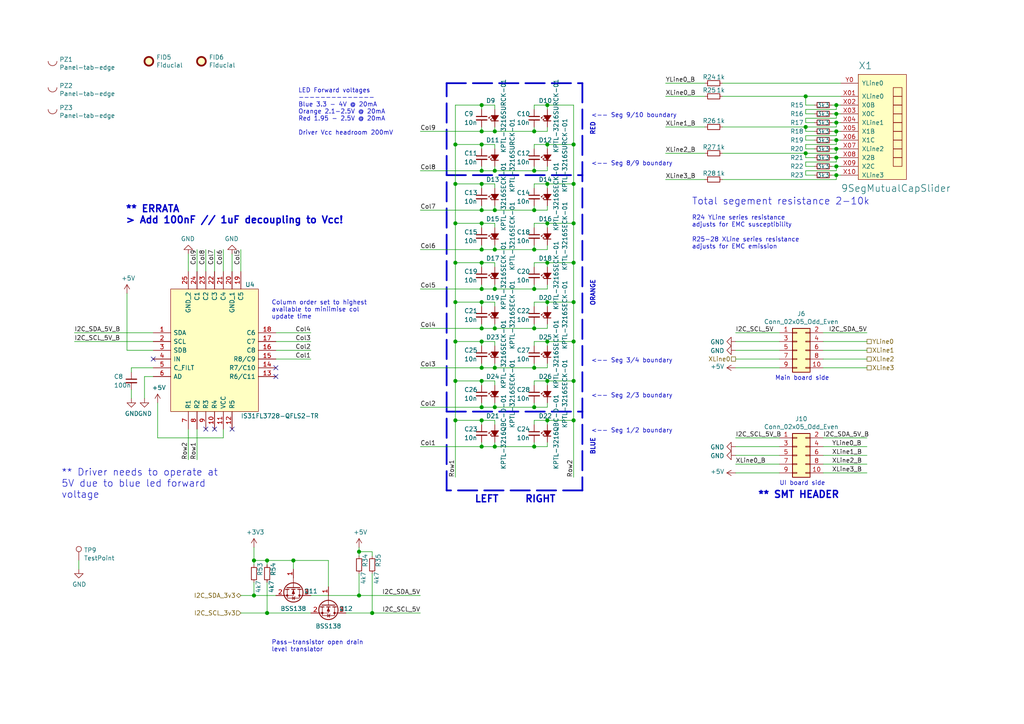
<source format=kicad_sch>
(kicad_sch (version 20231120) (generator "eeschema") (generator_version "8.0")
  (paper "A4")
  (title_block (title "Smart Desk Main PCB") (date "2024-06-14") (rev "1.0") (comment 1 "D.Rowntree"))
  (lib_symbols
    (symbol "Connector:TestPoint" (pin_numbers hide) (pin_names (offset 0.762) hide)
      (property "Reference" "TP" (at 0 6.858 0))
      (property "Value" "TestPoint" (at 0 5.08 0))
      (symbol "TestPoint_1_1"
        (pin passive line (at 0 0 90) (length 2.54) (name "1") (number "1"))
      )
    )
    (symbol "Connector_Generic:Conn_02x05_Odd_Even" (pin_names (offset 1.016) hide)
      (property "Reference" "J" (at 1.27 7.62 0))
      (property "Value" "Conn_02x05_Odd_Even" (at 1.27 -7.62 0))
      (symbol "Conn_02x05_Odd_Even_1_1"
        (pin passive line (at -5.08 5.08 0) (length 3.81) (name "Pin_1") (number "1"))
        (pin passive line (at 7.62 -5.08 180) (length 3.81) (name "Pin_10") (number "10"))
        (pin passive line (at 7.62 5.08 180) (length 3.81) (name "Pin_2") (number "2"))
        (pin passive line (at -5.08 2.54 0) (length 3.81) (name "Pin_3") (number "3"))
        (pin passive line (at 7.62 2.54 180) (length 3.81) (name "Pin_4") (number "4"))
        (pin passive line (at -5.08 0 0) (length 3.81) (name "Pin_5") (number "5"))
        (pin passive line (at 7.62 0 180) (length 3.81) (name "Pin_6") (number "6"))
        (pin passive line (at -5.08 -2.54 0) (length 3.81) (name "Pin_7") (number "7"))
        (pin passive line (at 7.62 -2.54 180) (length 3.81) (name "Pin_8") (number "8"))
        (pin passive line (at -5.08 -5.08 0) (length 3.81) (name "Pin_9") (number "9"))
      )
    )
    (symbol "Device:C_Small" (pin_numbers hide) (pin_names (offset 0.254) hide)
      (property "Reference" "C" (at 0.254 1.778 0))
      (property "Value" "C_Small" (at 0.254 -2.032 0))
      (symbol "C_Small_1_1"
        (pin passive line (at 0 2.54 270) (length 2.032) (name "~") (number "1"))
        (pin passive line (at 0 -2.54 90) (length 2.032) (name "~") (number "2"))
      )
    )
    (symbol "Device:LED_Small_ALT" (pin_numbers hide) (pin_names (offset 0.254) hide)
      (property "Reference" "D" (at -1.27 3.175 0))
      (property "Value" "LED_Small_ALT" (at -4.445 -2.54 0))
      (symbol "LED_Small_ALT_1_1"
        (pin passive line (at -2.54 0 0) (length 1.778) (name "K") (number "1"))
        (pin passive line (at 2.54 0 180) (length 1.778) (name "A") (number "2"))
      )
    )
    (symbol "Device:Q_NMOS_GSD" (pin_names (offset 0) hide)
      (property "Reference" "Q" (at 5.08 1.27 0))
      (property "Value" "Q_NMOS_GSD" (at 5.08 -1.27 0))
      (symbol "Q_NMOS_GSD_1_1"
        (pin input line (at -5.08 0 0) (length 2.54) (name "G") (number "1"))
        (pin passive line (at 2.54 -5.08 90) (length 2.54) (name "S") (number "2"))
        (pin passive line (at 2.54 5.08 270) (length 2.54) (name "D") (number "3"))
      )
    )
    (symbol "Device:R_Small" (pin_numbers hide) (pin_names (offset 0.254) hide)
      (property "Reference" "R" (at 0.762 0.508 0))
      (property "Value" "R_Small" (at 0.762 -1.016 0))
      (symbol "R_Small_1_1"
        (pin passive line (at 0 2.54 270) (length 0.762) (name "~") (number "1"))
        (pin passive line (at 0 -2.54 90) (length 0.762) (name "~") (number "2"))
      )
    )
    (symbol "IS31FL3728-QFLS2-TR:IS31FL3728-QFLS2-TR" (pin_names (offset 0.762))
      (property "Reference" "U" (at 31.75 17.78 0))
      (property "Value" "IS31FL3728-QFLS2-TR" (at 31.75 15.24 0))
      (symbol "IS31FL3728-QFLS2-TR_0_0"
        (pin passive line (at 0 0 0) (length 5.08) (name "SDA") (number "1"))
        (pin passive line (at 17.78 -27.94 90) (length 5.08) (name "R4") (number "10"))
        (pin passive line (at 20.32 -27.94 90) (length 5.08) (name "VCC") (number "11"))
        (pin passive line (at 22.86 -27.94 90) (length 5.08) (name "R5") (number "12"))
        (pin passive line (at 35.56 -12.7 180) (length 5.08) (name "R6/C11") (number "13"))
        (pin passive line (at 35.56 -10.16 180) (length 5.08) (name "R7/C10") (number "14"))
        (pin passive line (at 35.56 -7.62 180) (length 5.08) (name "R8/C9") (number "15"))
        (pin passive line (at 35.56 -5.08 180) (length 5.08) (name "C8") (number "16"))
        (pin passive line (at 35.56 -2.54 180) (length 5.08) (name "C7") (number "17"))
        (pin passive line (at 35.56 0 180) (length 5.08) (name "C6") (number "18"))
        (pin passive line (at 25.4 17.78 270) (length 5.08) (name "C5") (number "19"))
        (pin passive line (at 0 -2.54 0) (length 5.08) (name "SCL") (number "2"))
        (pin passive line (at 22.86 17.78 270) (length 5.08) (name "GND_1") (number "20"))
        (pin passive line (at 20.32 17.78 270) (length 5.08) (name "C4") (number "21"))
        (pin passive line (at 17.78 17.78 270) (length 5.08) (name "C3") (number "22"))
        (pin passive line (at 15.24 17.78 270) (length 5.08) (name "C2") (number "23"))
        (pin passive line (at 12.7 17.78 270) (length 5.08) (name "C1") (number "24"))
        (pin passive line (at 10.16 17.78 270) (length 5.08) (name "GND_2") (number "25"))
        (pin passive line (at 0 -5.08 0) (length 5.08) (name "SDB") (number "3"))
        (pin passive line (at 0 -7.62 0) (length 5.08) (name "IN") (number "4"))
        (pin passive line (at 0 -10.16 0) (length 5.08) (name "C_FILT") (number "5"))
        (pin passive line (at 0 -12.7 0) (length 5.08) (name "AD") (number "6"))
        (pin passive line (at 10.16 -27.94 90) (length 5.08) (name "R1") (number "7"))
        (pin passive line (at 12.7 -27.94 90) (length 5.08) (name "R2") (number "8"))
        (pin passive line (at 15.24 -27.94 90) (length 5.08) (name "R3") (number "9"))
      )
    )
    (symbol "Mechanical:Fiducial"
      (property "Reference" "FID" (at 0 5.08 0))
      (property "Value" "Fiducial" (at 0 3.175 0))
    )
    (symbol "Panelisation:Panel-tab-edge" (pin_names (offset 1.016))
      (property "Reference" "PZ" (at 0 -1.27 0))
      (property "Value" "Panel-tab-edge" (at 0 2.54 0))
    )
    (symbol "TouchSlider:9SegMutualCapSlider" (pin_names (offset 1.016))
      (property "Reference" "X" (at 6.35 6.35 0))
      (property "Value" "9SegMutualCapSlider" (at 12.7 -29.21 0))
      (symbol "9SegMutualCapSlider_0_0"
        (pin passive line (at 0 -2.54 0) (length 5.08) (name "XLine0") (number "X01"))
        (pin passive line (at 0 -5.08 0) (length 5.08) (name "X0B") (number "X02"))
        (pin passive line (at 0 -7.62 0) (length 5.08) (name "X0C") (number "X03"))
        (pin passive line (at 0 -10.16 0) (length 5.08) (name "XLine1") (number "X04"))
        (pin passive line (at 0 -12.7 0) (length 5.08) (name "X1B") (number "X05"))
        (pin passive line (at 0 -15.24 0) (length 5.08) (name "X1C") (number "X06"))
        (pin passive line (at 0 -17.78 0) (length 5.08) (name "XLine2") (number "X07"))
        (pin passive line (at 0 -20.32 0) (length 5.08) (name "X2B") (number "X08"))
        (pin passive line (at 0 -22.86 0) (length 5.08) (name "X2C") (number "X09"))
        (pin passive line (at 0 -25.4 0) (length 5.08) (name "XLine3") (number "X10"))
        (pin passive line (at 0 1.27 0) (length 5.08) (name "YLine0") (number "Y0"))
      )
    )
    (symbol "power:+3.3V" (power) (pin_names (offset 0))
      (property "Value" "+3.3V" (at 0 3.556 0))
      (symbol "+3.3V_1_1"
        (pin power_in line (at 0 0 90) (length 0) hide (name "+3V3") (number "1"))
      )
    )
    (symbol "power:+5V" (power) (pin_names (offset 0))
      (property "Value" "+5V" (at 0 3.556 0))
      (symbol "+5V_1_1"
        (pin power_in line (at 0 0 90) (length 0) hide (name "+5V") (number "1"))
      )
    )
    (symbol "power:GND" (power) (pin_names (offset 0))
      (property "Value" "GND" (at 0 -3.81 0))
      (symbol "GND_1_1"
        (pin power_in line (at 0 0 270) (length 0) hide (name "GND") (number "1"))
      )
    )
  )
  (junction (at 233.68 27.94) (diameter 1.016))
  (junction (at 166.37 87.63) (diameter 1.016))
  (junction (at 139.7 76.2) (diameter 1.016))
  (junction (at 143.51 72.39) (diameter 1.016))
  (junction (at 154.94 83.82) (diameter 1.016))
  (junction (at 158.75 76.2) (diameter 1.016))
  (junction (at 85.09 162.56) (diameter 1.016))
  (junction (at 242.57 45.72) (diameter 1.016))
  (junction (at 77.47 177.8) (diameter 1.016))
  (junction (at 104.14 172.72) (diameter 1.016))
  (junction (at 242.57 48.26) (diameter 1.016))
  (junction (at 166.37 76.2) (diameter 1.016))
  (junction (at 158.75 64.77) (diameter 1.016))
  (junction (at 143.51 129.54) (diameter 1.016))
  (junction (at 158.75 53.34) (diameter 1.016))
  (junction (at 143.51 118.11) (diameter 1.016))
  (junction (at 242.57 38.1) (diameter 1.016))
  (junction (at 158.75 30.48) (diameter 1.016))
  (junction (at 139.7 106.68) (diameter 1.016))
  (junction (at 154.94 60.96) (diameter 1.016))
  (junction (at 139.7 118.11) (diameter 1.016))
  (junction (at 233.68 36.83) (diameter 1.016))
  (junction (at 132.08 76.2) (diameter 1.016))
  (junction (at 139.7 53.34) (diameter 1.016))
  (junction (at 233.68 44.45) (diameter 1.016))
  (junction (at 154.94 38.1) (diameter 1.016))
  (junction (at 139.7 64.77) (diameter 1.016))
  (junction (at 139.7 30.48) (diameter 1.016))
  (junction (at 132.08 53.34) (diameter 1.016))
  (junction (at 166.37 41.91) (diameter 1.016))
  (junction (at 242.57 33.02) (diameter 1.016))
  (junction (at 132.08 99.06) (diameter 1.016))
  (junction (at 132.08 87.63) (diameter 1.016))
  (junction (at 242.57 35.56) (diameter 1.016))
  (junction (at 139.7 121.92) (diameter 1.016))
  (junction (at 242.57 50.8) (diameter 1.016))
  (junction (at 166.37 110.49) (diameter 1.016))
  (junction (at 154.94 129.54) (diameter 1.016))
  (junction (at 154.94 49.53) (diameter 1.016))
  (junction (at 154.94 72.39) (diameter 1.016))
  (junction (at 107.95 177.8) (diameter 1.016))
  (junction (at 143.51 38.1) (diameter 1.016))
  (junction (at 132.08 64.77) (diameter 1.016))
  (junction (at 143.51 95.25) (diameter 1.016))
  (junction (at 154.94 106.68) (diameter 1.016))
  (junction (at 143.51 49.53) (diameter 1.016))
  (junction (at 158.75 121.92) (diameter 1.016))
  (junction (at 132.08 121.92) (diameter 1.016))
  (junction (at 242.57 40.64) (diameter 1.016))
  (junction (at 158.75 99.06) (diameter 1.016))
  (junction (at 158.75 41.91) (diameter 1.016))
  (junction (at 132.08 41.91) (diameter 1.016))
  (junction (at 154.94 95.25) (diameter 1.016))
  (junction (at 143.51 60.96) (diameter 1.016))
  (junction (at 154.94 118.11) (diameter 1.016))
  (junction (at 166.37 121.92) (diameter 1.016))
  (junction (at 158.75 87.63) (diameter 1.016))
  (junction (at 139.7 60.96) (diameter 1.016))
  (junction (at 166.37 99.06) (diameter 1.016))
  (junction (at 139.7 83.82) (diameter 1.016))
  (junction (at 139.7 87.63) (diameter 1.016))
  (junction (at 242.57 30.48) (diameter 1.016))
  (junction (at 139.7 95.25) (diameter 1.016))
  (junction (at 139.7 129.54) (diameter 1.016))
  (junction (at 104.14 160.02) (diameter 1.016))
  (junction (at 242.57 43.18) (diameter 1.016))
  (junction (at 166.37 64.77) (diameter 1.016))
  (junction (at 73.66 172.72) (diameter 1.016))
  (junction (at 143.51 83.82) (diameter 1.016))
  (junction (at 166.37 53.34) (diameter 1.016))
  (junction (at 143.51 106.68) (diameter 1.016))
  (junction (at 158.75 110.49) (diameter 1.016))
  (junction (at 73.66 162.56) (diameter 1.016))
  (junction (at 132.08 110.49) (diameter 1.016))
  (junction (at 139.7 99.06) (diameter 1.016))
  (junction (at 139.7 72.39) (diameter 1.016))
  (junction (at 139.7 110.49) (diameter 1.016))
  (junction (at 139.7 38.1) (diameter 1.016))
  (junction (at 139.7 41.91) (diameter 1.016))
  (junction (at 139.7 49.53) (diameter 1.016))
  (junction (at 77.47 162.56) (diameter 1.016))
  (no_connect (at 62.23 124.46))
  (no_connect (at 67.31 124.46))
  (no_connect (at 44.45 104.14))
  (no_connect (at 80.01 109.22))
  (no_connect (at 59.69 124.46))
  (no_connect (at 80.01 106.68))
  (wire (pts (xy 22.86 162.56) (xy 22.86 165.1)))
  (wire (pts (xy 139.7 118.11) (xy 143.51 118.11)))
  (wire (pts (xy 213.36 127) (xy 226.06 127)))
  (wire (pts (xy 242.57 34.29) (xy 233.68 34.29)))
  (wire (pts (xy 77.47 168.91) (xy 77.47 177.8)))
  (wire (pts (xy 154.94 82.55) (xy 154.94 83.82)))
  (wire (pts (xy 143.51 121.92) (xy 143.51 123.19)))
  (wire (pts (xy 154.94 59.69) (xy 154.94 60.96)))
  (wire (pts (xy 241.3 30.48) (xy 242.57 30.48)))
  (wire (pts (xy 238.76 129.54) (xy 251.46 129.54)))
  (wire (pts (xy 132.08 53.34) (xy 132.08 64.77)))
  (wire (pts (xy 41.91 109.22) (xy 44.45 109.22)))
  (wire (pts (xy 139.7 83.82) (xy 143.51 83.82)))
  (wire (pts (xy 242.57 40.64) (xy 242.57 41.91)))
  (wire (pts (xy 154.94 49.53) (xy 143.51 49.53)))
  (wire (pts (xy 64.77 124.46) (xy 64.77 127)))
  (wire (pts (xy 236.22 30.48) (xy 233.68 30.48)))
  (wire (pts (xy 238.76 101.6) (xy 251.46 101.6)))
  (wire (pts (xy 154.94 87.63) (xy 158.75 87.63)))
  (wire (pts (xy 242.57 43.18) (xy 243.84 43.18)))
  (wire (pts (xy 69.85 78.74) (xy 69.85 72.39)))
  (wire (pts (xy 139.7 66.04) (xy 139.7 64.77)))
  (wire (pts (xy 242.57 46.99) (xy 233.68 46.99)))
  (wire (pts (xy 243.84 24.13) (xy 209.55 24.13)))
  (wire (pts (xy 143.51 49.53) (xy 143.51 48.26)))
  (wire (pts (xy 80.01 96.52) (xy 90.17 96.52)))
  (wire (pts (xy 158.75 76.2) (xy 158.75 77.47)))
  (wire (pts (xy 139.7 110.49) (xy 132.08 110.49)))
  (wire (pts (xy 242.57 39.37) (xy 233.68 39.37)))
  (wire (pts (xy 139.7 30.48) (xy 132.08 30.48)))
  (wire (pts (xy 233.68 31.75) (xy 233.68 33.02)))
  (wire (pts (xy 158.75 99.06) (xy 166.37 99.06)))
  (wire (pts (xy 238.76 134.62) (xy 251.46 134.62)))
  (wire (pts (xy 139.7 128.27) (xy 139.7 129.54)))
  (wire (pts (xy 73.66 172.72) (xy 69.85 172.72)))
  (wire (pts (xy 139.7 38.1) (xy 143.51 38.1)))
  (wire (pts (xy 132.08 41.91) (xy 132.08 53.34)))
  (wire (pts (xy 95.25 162.56) (xy 95.25 170.18)))
  (wire (pts (xy 139.7 72.39) (xy 143.51 72.39)))
  (wire (pts (xy 158.75 110.49) (xy 166.37 110.49)))
  (wire (pts (xy 204.47 36.83) (xy 193.04 36.83)))
  (wire (pts (xy 241.3 45.72) (xy 242.57 45.72)))
  (wire (pts (xy 104.14 160.02) (xy 104.14 161.29)))
  (wire (pts (xy 139.7 48.26) (xy 139.7 49.53)))
  (wire (pts (xy 241.3 35.56) (xy 242.57 35.56)))
  (wire (pts (xy 166.37 53.34) (xy 166.37 64.77)))
  (wire (pts (xy 154.94 60.96) (xy 158.75 60.96)))
  (wire (pts (xy 139.7 64.77) (xy 132.08 64.77)))
  (wire (pts (xy 132.08 121.92) (xy 132.08 138.43)))
  (wire (pts (xy 38.1 106.68) (xy 38.1 107.95)))
  (wire (pts (xy 154.94 76.2) (xy 158.75 76.2)))
  (wire (pts (xy 80.01 99.06) (xy 90.17 99.06)))
  (wire (pts (xy 154.94 77.47) (xy 154.94 76.2)))
  (wire (pts (xy 236.22 38.1) (xy 233.68 38.1)))
  (wire (pts (xy 132.08 110.49) (xy 132.08 121.92)))
  (wire (pts (xy 154.94 31.75) (xy 154.94 30.48)))
  (wire (pts (xy 243.84 50.8) (xy 242.57 50.8)))
  (wire (pts (xy 139.7 72.39) (xy 121.92 72.39)))
  (wire (pts (xy 139.7 111.76) (xy 139.7 110.49)))
  (wire (pts (xy 158.75 41.91) (xy 158.75 43.18)))
  (wire (pts (xy 242.57 45.72) (xy 242.57 46.99)))
  (wire (pts (xy 77.47 162.56) (xy 73.66 162.56)))
  (wire (pts (xy 154.94 53.34) (xy 158.75 53.34)))
  (wire (pts (xy 154.94 118.11) (xy 158.75 118.11)))
  (wire (pts (xy 36.83 101.6) (xy 36.83 85.09)))
  (wire (pts (xy 213.36 101.6) (xy 226.06 101.6)))
  (wire (pts (xy 139.7 82.55) (xy 139.7 83.82)))
  (wire (pts (xy 77.47 162.56) (xy 77.47 163.83)))
  (wire (pts (xy 154.94 88.9) (xy 154.94 87.63)))
  (wire (pts (xy 154.94 60.96) (xy 143.51 60.96)))
  (wire (pts (xy 139.7 110.49) (xy 143.51 110.49)))
  (wire (pts (xy 158.75 38.1) (xy 158.75 36.83)))
  (wire (pts (xy 213.36 99.06) (xy 226.06 99.06)))
  (wire (pts (xy 238.76 96.52) (xy 251.46 96.52)))
  (wire (pts (xy 44.45 101.6) (xy 36.83 101.6)))
  (wire (pts (xy 139.7 53.34) (xy 132.08 53.34)))
  (wire (pts (xy 158.75 121.92) (xy 158.75 123.19)))
  (wire (pts (xy 139.7 76.2) (xy 132.08 76.2)))
  (wire (pts (xy 204.47 27.94) (xy 193.04 27.94)))
  (wire (pts (xy 242.57 38.1) (xy 243.84 38.1)))
  (wire (pts (xy 143.51 60.96) (xy 143.51 59.69)))
  (wire (pts (xy 139.7 105.41) (xy 139.7 106.68)))
  (wire (pts (xy 139.7 43.18) (xy 139.7 41.91)))
  (wire (pts (xy 242.57 38.1) (xy 242.57 39.37)))
  (wire (pts (xy 233.68 38.1) (xy 233.68 36.83)))
  (wire (pts (xy 241.3 43.18) (xy 242.57 43.18)))
  (wire (pts (xy 242.57 31.75) (xy 233.68 31.75)))
  (wire (pts (xy 233.68 34.29) (xy 233.68 35.56)))
  (wire (pts (xy 73.66 168.91) (xy 73.66 172.72)))
  (wire (pts (xy 213.36 132.08) (xy 226.06 132.08)))
  (wire (pts (xy 143.51 83.82) (xy 143.51 82.55)))
  (wire (pts (xy 80.01 172.72) (xy 73.66 172.72)))
  (wire (pts (xy 139.7 31.75) (xy 139.7 30.48)))
  (wire (pts (xy 90.17 172.72) (xy 104.14 172.72)))
  (wire (pts (xy 204.47 44.45) (xy 193.04 44.45)))
  (wire (pts (xy 233.68 30.48) (xy 233.68 27.94)))
  (wire (pts (xy 139.7 129.54) (xy 121.92 129.54)))
  (wire (pts (xy 166.37 87.63) (xy 166.37 99.06)))
  (wire (pts (xy 158.75 99.06) (xy 158.75 100.33)))
  (wire (pts (xy 139.7 93.98) (xy 139.7 95.25)))
  (wire (pts (xy 154.94 43.18) (xy 154.94 41.91)))
  (wire (pts (xy 166.37 110.49) (xy 166.37 121.92)))
  (wire (pts (xy 158.75 76.2) (xy 166.37 76.2)))
  (wire (pts (xy 233.68 39.37) (xy 233.68 40.64)))
  (wire (pts (xy 143.51 118.11) (xy 154.94 118.11)))
  (wire (pts (xy 154.94 38.1) (xy 158.75 38.1)))
  (wire (pts (xy 107.95 177.8) (xy 121.92 177.8)))
  (wire (pts (xy 158.75 60.96) (xy 158.75 59.69)))
  (wire (pts (xy 54.61 73.66) (xy 54.61 78.74)))
  (wire (pts (xy 154.94 72.39) (xy 143.51 72.39)))
  (wire (pts (xy 154.94 121.92) (xy 158.75 121.92)))
  (wire (pts (xy 233.68 36.83) (xy 209.55 36.83)))
  (wire (pts (xy 158.75 64.77) (xy 158.75 66.04)))
  (wire (pts (xy 154.94 49.53) (xy 158.75 49.53)))
  (wire (pts (xy 154.94 72.39) (xy 158.75 72.39)))
  (wire (pts (xy 154.94 93.98) (xy 154.94 95.25)))
  (wire (pts (xy 139.7 106.68) (xy 121.92 106.68)))
  (wire (pts (xy 154.94 116.84) (xy 154.94 118.11)))
  (wire (pts (xy 158.75 118.11) (xy 158.75 116.84)))
  (wire (pts (xy 236.22 45.72) (xy 233.68 45.72)))
  (wire (pts (xy 139.7 49.53) (xy 121.92 49.53)))
  (wire (pts (xy 154.94 66.04) (xy 154.94 64.77)))
  (wire (pts (xy 154.94 105.41) (xy 154.94 106.68)))
  (wire (pts (xy 139.7 95.25) (xy 121.92 95.25)))
  (wire (pts (xy 139.7 95.25) (xy 143.51 95.25)))
  (wire (pts (xy 139.7 36.83) (xy 139.7 38.1)))
  (wire (pts (xy 242.57 52.07) (xy 209.55 52.07)))
  (wire (pts (xy 67.31 73.66) (xy 67.31 78.74)))
  (wire (pts (xy 62.23 78.74) (xy 62.23 72.39)))
  (wire (pts (xy 139.7 59.69) (xy 139.7 60.96)))
  (wire (pts (xy 158.75 64.77) (xy 166.37 64.77)))
  (wire (pts (xy 233.68 35.56) (xy 236.22 35.56)))
  (wire (pts (xy 154.94 54.61) (xy 154.94 53.34)))
  (polyline (pts (xy 129.54 24.13) (xy 168.91 24.13)) (stroke (width 0.508) (type dash)))
  (wire (pts (xy 139.7 129.54) (xy 143.51 129.54)))
  (wire (pts (xy 204.47 24.13) (xy 193.04 24.13)))
  (wire (pts (xy 213.36 104.14) (xy 226.06 104.14)))
  (wire (pts (xy 154.94 111.76) (xy 154.94 110.49)))
  (wire (pts (xy 38.1 113.03) (xy 38.1 115.57)))
  (wire (pts (xy 213.36 96.52) (xy 226.06 96.52)))
  (wire (pts (xy 243.84 27.94) (xy 233.68 27.94)))
  (wire (pts (xy 233.68 44.45) (xy 209.55 44.45)))
  (wire (pts (xy 132.08 99.06) (xy 132.08 110.49)))
  (wire (pts (xy 154.94 110.49) (xy 158.75 110.49)))
  (wire (pts (xy 154.94 41.91) (xy 158.75 41.91)))
  (polyline (pts (xy 129.54 119.38) (xy 168.91 119.38)) (stroke (width 0.508) (type dash)))
  (wire (pts (xy 213.36 137.16) (xy 226.06 137.16)))
  (polyline (pts (xy 129.54 50.8) (xy 168.91 50.8)) (stroke (width 0.508) (type dash)))
  (wire (pts (xy 143.51 87.63) (xy 143.51 88.9)))
  (wire (pts (xy 139.7 116.84) (xy 139.7 118.11)))
  (wire (pts (xy 143.51 106.68) (xy 143.51 105.41)))
  (wire (pts (xy 143.51 53.34) (xy 143.51 54.61)))
  (wire (pts (xy 80.01 104.14) (xy 90.17 104.14)))
  (wire (pts (xy 85.09 162.56) (xy 85.09 165.1)))
  (wire (pts (xy 166.37 76.2) (xy 166.37 87.63)))
  (wire (pts (xy 139.7 106.68) (xy 143.51 106.68)))
  (wire (pts (xy 242.57 48.26) (xy 242.57 49.53)))
  (wire (pts (xy 139.7 64.77) (xy 143.51 64.77)))
  (wire (pts (xy 242.57 35.56) (xy 243.84 35.56)))
  (wire (pts (xy 238.76 99.06) (xy 251.46 99.06)))
  (wire (pts (xy 213.36 129.54) (xy 226.06 129.54)))
  (wire (pts (xy 242.57 50.8) (xy 242.57 52.07)))
  (wire (pts (xy 139.7 87.63) (xy 132.08 87.63)))
  (wire (pts (xy 242.57 35.56) (xy 242.57 36.83)))
  (wire (pts (xy 107.95 160.02) (xy 107.95 161.29)))
  (wire (pts (xy 139.7 38.1) (xy 121.92 38.1)))
  (wire (pts (xy 139.7 60.96) (xy 143.51 60.96)))
  (wire (pts (xy 100.33 177.8) (xy 107.95 177.8)))
  (wire (pts (xy 139.7 41.91) (xy 132.08 41.91)))
  (wire (pts (xy 21.59 96.52) (xy 44.45 96.52)))
  (wire (pts (xy 59.69 78.74) (xy 59.69 72.39)))
  (wire (pts (xy 85.09 162.56) (xy 77.47 162.56)))
  (wire (pts (xy 154.94 106.68) (xy 158.75 106.68)))
  (wire (pts (xy 90.17 177.8) (xy 77.47 177.8)))
  (wire (pts (xy 204.47 52.07) (xy 193.04 52.07)))
  (wire (pts (xy 80.01 101.6) (xy 90.17 101.6)))
  (wire (pts (xy 233.68 33.02) (xy 236.22 33.02)))
  (wire (pts (xy 21.59 99.06) (xy 44.45 99.06)))
  (wire (pts (xy 242.57 36.83) (xy 233.68 36.83)))
  (polyline (pts (xy 168.91 142.24) (xy 129.54 142.24)) (stroke (width 0.508) (type dash)))
  (wire (pts (xy 154.94 64.77) (xy 158.75 64.77)))
  (wire (pts (xy 139.7 60.96) (xy 121.92 60.96)))
  (wire (pts (xy 143.51 76.2) (xy 143.51 77.47)))
  (wire (pts (xy 166.37 64.77) (xy 166.37 76.2)))
  (wire (pts (xy 158.75 49.53) (xy 158.75 48.26)))
  (polyline (pts (xy 168.91 24.13) (xy 168.91 142.24)) (stroke (width 0.508) (type dash)))
  (wire (pts (xy 139.7 99.06) (xy 143.51 99.06)))
  (wire (pts (xy 241.3 48.26) (xy 242.57 48.26)))
  (wire (pts (xy 154.94 38.1) (xy 143.51 38.1)))
  (wire (pts (xy 233.68 50.8) (xy 236.22 50.8)))
  (wire (pts (xy 54.61 124.46) (xy 54.61 133.35)))
  (wire (pts (xy 158.75 95.25) (xy 158.75 93.98)))
  (wire (pts (xy 233.68 48.26) (xy 236.22 48.26)))
  (wire (pts (xy 242.57 33.02) (xy 242.57 34.29)))
  (wire (pts (xy 154.94 95.25) (xy 143.51 95.25)))
  (wire (pts (xy 139.7 41.91) (xy 143.51 41.91)))
  (wire (pts (xy 139.7 71.12) (xy 139.7 72.39)))
  (wire (pts (xy 73.66 162.56) (xy 73.66 163.83)))
  (wire (pts (xy 57.15 124.46) (xy 57.15 133.35)))
  (wire (pts (xy 242.57 40.64) (xy 241.3 40.64)))
  (wire (pts (xy 238.76 106.68) (xy 251.46 106.68)))
  (wire (pts (xy 77.47 177.8) (xy 69.85 177.8)))
  (wire (pts (xy 154.94 83.82) (xy 143.51 83.82)))
  (wire (pts (xy 139.7 77.47) (xy 139.7 76.2)))
  (wire (pts (xy 143.51 95.25) (xy 143.51 93.98)))
  (wire (pts (xy 139.7 118.11) (xy 121.92 118.11)))
  (wire (pts (xy 143.51 41.91) (xy 143.51 43.18)))
  (wire (pts (xy 139.7 121.92) (xy 132.08 121.92)))
  (wire (pts (xy 158.75 121.92) (xy 166.37 121.92)))
  (wire (pts (xy 154.94 99.06) (xy 158.75 99.06)))
  (wire (pts (xy 158.75 83.82) (xy 158.75 82.55)))
  (wire (pts (xy 158.75 110.49) (xy 158.75 111.76)))
  (wire (pts (xy 139.7 49.53) (xy 143.51 49.53)))
  (wire (pts (xy 139.7 76.2) (xy 143.51 76.2)))
  (wire (pts (xy 154.94 95.25) (xy 158.75 95.25)))
  (wire (pts (xy 139.7 121.92) (xy 143.51 121.92)))
  (wire (pts (xy 233.68 40.64) (xy 236.22 40.64)))
  (wire (pts (xy 158.75 53.34) (xy 158.75 54.61)))
  (wire (pts (xy 241.3 38.1) (xy 242.57 38.1)))
  (wire (pts (xy 132.08 30.48) (xy 132.08 41.91)))
  (wire (pts (xy 139.7 30.48) (xy 143.51 30.48)))
  (wire (pts (xy 139.7 100.33) (xy 139.7 99.06)))
  (wire (pts (xy 154.94 123.19) (xy 154.94 121.92)))
  (wire (pts (xy 238.76 127) (xy 251.46 127)))
  (wire (pts (xy 241.3 33.02) (xy 242.57 33.02)))
  (wire (pts (xy 242.57 48.26) (xy 243.84 48.26)))
  (wire (pts (xy 233.68 45.72) (xy 233.68 44.45)))
  (wire (pts (xy 143.51 72.39) (xy 143.51 71.12)))
  (wire (pts (xy 143.51 118.11) (xy 143.51 116.84)))
  (wire (pts (xy 154.94 129.54) (xy 143.51 129.54)))
  (wire (pts (xy 242.57 33.02) (xy 243.84 33.02)))
  (wire (pts (xy 158.75 30.48) (xy 158.75 31.75)))
  (wire (pts (xy 41.91 115.57) (xy 41.91 109.22)))
  (wire (pts (xy 158.75 87.63) (xy 158.75 88.9)))
  (wire (pts (xy 95.25 162.56) (xy 85.09 162.56)))
  (wire (pts (xy 132.08 64.77) (xy 132.08 76.2)))
  (wire (pts (xy 143.51 30.48) (xy 143.51 31.75)))
  (wire (pts (xy 233.68 46.99) (xy 233.68 48.26)))
  (wire (pts (xy 242.57 30.48) (xy 243.84 30.48)))
  (wire (pts (xy 139.7 54.61) (xy 139.7 53.34)))
  (wire (pts (xy 154.94 30.48) (xy 158.75 30.48)))
  (wire (pts (xy 139.7 87.63) (xy 143.51 87.63)))
  (wire (pts (xy 64.77 127) (xy 45.72 127)))
  (wire (pts (xy 166.37 41.91) (xy 166.37 53.34)))
  (wire (pts (xy 158.75 41.91) (xy 166.37 41.91)))
  (wire (pts (xy 143.51 99.06) (xy 143.51 100.33)))
  (wire (pts (xy 154.94 71.12) (xy 154.94 72.39)))
  (wire (pts (xy 158.75 30.48) (xy 166.37 30.48)))
  (wire (pts (xy 154.94 128.27) (xy 154.94 129.54)))
  (wire (pts (xy 45.72 127) (xy 45.72 116.84)))
  (wire (pts (xy 143.51 64.77) (xy 143.51 66.04)))
  (wire (pts (xy 242.57 44.45) (xy 233.68 44.45)))
  (wire (pts (xy 139.7 99.06) (xy 132.08 99.06)))
  (wire (pts (xy 107.95 166.37) (xy 107.95 177.8)))
  (wire (pts (xy 242.57 49.53) (xy 233.68 49.53)))
  (wire (pts (xy 139.7 83.82) (xy 121.92 83.82)))
  (wire (pts (xy 154.94 129.54) (xy 158.75 129.54)))
  (wire (pts (xy 238.76 104.14) (xy 251.46 104.14)))
  (wire (pts (xy 139.7 123.19) (xy 139.7 121.92)))
  (wire (pts (xy 233.68 43.18) (xy 236.22 43.18)))
  (wire (pts (xy 143.51 38.1) (xy 143.51 36.83)))
  (wire (pts (xy 166.37 30.48) (xy 166.37 41.91)))
  (wire (pts (xy 154.94 106.68) (xy 143.51 106.68)))
  (wire (pts (xy 64.77 78.74) (xy 64.77 72.39)))
  (wire (pts (xy 158.75 72.39) (xy 158.75 71.12)))
  (wire (pts (xy 242.57 43.18) (xy 242.57 44.45)))
  (wire (pts (xy 242.57 45.72) (xy 243.84 45.72)))
  (wire (pts (xy 233.68 49.53) (xy 233.68 50.8)))
  (wire (pts (xy 107.95 160.02) (xy 104.14 160.02)))
  (wire (pts (xy 213.36 134.62) (xy 226.06 134.62)))
  (wire (pts (xy 132.08 76.2) (xy 132.08 87.63)))
  (wire (pts (xy 158.75 106.68) (xy 158.75 105.41)))
  (wire (pts (xy 44.45 106.68) (xy 38.1 106.68)))
  (wire (pts (xy 143.51 110.49) (xy 143.51 111.76)))
  (wire (pts (xy 132.08 87.63) (xy 132.08 99.06)))
  (wire (pts (xy 158.75 53.34) (xy 166.37 53.34)))
  (wire (pts (xy 166.37 99.06) (xy 166.37 110.49)))
  (wire (pts (xy 143.51 129.54) (xy 143.51 128.27)))
  (wire (pts (xy 158.75 87.63) (xy 166.37 87.63)))
  (wire (pts (xy 233.68 27.94) (xy 209.55 27.94)))
  (wire (pts (xy 242.57 30.48) (xy 242.57 31.75)))
  (wire (pts (xy 154.94 36.83) (xy 154.94 38.1)))
  (wire (pts (xy 154.94 100.33) (xy 154.94 99.06)))
  (wire (pts (xy 154.94 48.26) (xy 154.94 49.53)))
  (wire (pts (xy 73.66 158.75) (xy 73.66 162.56)))
  (wire (pts (xy 238.76 137.16) (xy 251.46 137.16)))
  (wire (pts (xy 104.14 158.75) (xy 104.14 160.02)))
  (polyline (pts (xy 129.54 142.24) (xy 129.54 24.13)) (stroke (width 0.508) (type dash)))
  (wire (pts (xy 242.57 41.91) (xy 233.68 41.91)))
  (wire (pts (xy 139.7 88.9) (xy 139.7 87.63)))
  (wire (pts (xy 57.15 78.74) (xy 57.15 72.39)))
  (wire (pts (xy 242.57 50.8) (xy 241.3 50.8)))
  (wire (pts (xy 154.94 83.82) (xy 158.75 83.82)))
  (wire (pts (xy 104.14 166.37) (xy 104.14 172.72)))
  (wire (pts (xy 139.7 53.34) (xy 143.51 53.34)))
  (wire (pts (xy 166.37 121.92) (xy 166.37 138.43)))
  (wire (pts (xy 104.14 172.72) (xy 121.92 172.72)))
  (wire (pts (xy 233.68 41.91) (xy 233.68 43.18)))
  (wire (pts (xy 243.84 40.64) (xy 242.57 40.64)))
  (wire (pts (xy 238.76 132.08) (xy 251.46 132.08)))
  (wire (pts (xy 213.36 106.68) (xy 226.06 106.68)))
  (wire (pts (xy 158.75 129.54) (xy 158.75 128.27)))
  (text "Main board side" (at 224.79 110.49 0) (effects (font (size 1.27 1.27)) (justify left bottom)))
  (text "LED Forward voltages\n--------------\nBlue 3.3 - 4V @ 20mA\nOrange 2.1-2.5V @ 20mA\nRed 1.95 - 2.5V @ 20mA\n\nDriver Vcc headroom 200mV" (at 86.487 39.37 0) (effects (font (size 1.27 1.27)) (justify left bottom)))
  (text "RED" (at 172.72 39.37 90) (effects (font (size 1.27 1.27) (thickness 0.254) (bold yes)) (justify left bottom)))
  (text "RIGHT" (at 161.29 146.05 0) (effects (font (size 2.0066 2.0066) (thickness 0.4013) (bold yes)) (justify right bottom)))
  (text "Column order set to highest \navailable to miniimise col\nupdate time" (at 78.74 92.71 0) (effects (font (size 1.27 1.27)) (justify left bottom)))
  (text "<-- Seg 2/3 boundary" (at 171.45 115.57 0) (effects (font (size 1.27 1.27)) (justify left bottom)))
  (text "** Driver needs to operate at\n5V due to blue led forward\nvoltage" (at 17.78 144.78 0) (effects (font (size 2.0066 2.0066)) (justify left bottom)))
  (text "** SMT HEADER" (at 219.71 144.78 0) (effects (font (size 2.0066 2.0066) (thickness 0.4013) (bold yes)) (justify left bottom)))
  (text "Total segement resistance 2-10k" (at 200.66 59.69 0) (effects (font (size 2.0066 2.0066)) (justify left bottom)))
  (text "<-- Seg 3/4 boundary" (at 171.45 105.41 0) (effects (font (size 1.27 1.27)) (justify left bottom)))
  (text "<-- Seg 9/10 boundary" (at 171.45 34.29 0) (effects (font (size 1.27 1.27)) (justify left bottom)))
  (text "UI board side" (at 226.06 140.97 0) (effects (font (size 1.27 1.27)) (justify left bottom)))
  (text "** ERRATA\n> Add 100nF // 1uF decoupling to Vcc!" (at 36.322 65.151 0) (effects (font (size 2.0066 2.0066) (thickness 0.4013) (bold yes)) (justify left bottom)))
  (text "LEFT" (at 144.78 146.05 0) (effects (font (size 2.0066 2.0066) (thickness 0.4013) (bold yes)) (justify right bottom)))
  (text "<-- Seg 8/9 boundary" (at 171.45 48.26 0) (effects (font (size 1.27 1.27)) (justify left bottom)))
  (text "ORANGE" (at 172.72 88.9 90) (effects (font (size 1.27 1.27) (thickness 0.254) (bold yes)) (justify left bottom)))
  (text "R25-28 XLine series resistance\nadjusts for EMC emission" (at 200.66 72.39 0) (effects (font (size 1.27 1.27)) (justify left bottom)))
  (text "R24 YLine series resistance\nadjusts for EMC susceptibility" (at 200.66 66.04 0) (effects (font (size 1.27 1.27)) (justify left bottom)))
  (text "<-- Seg 1/2 boundary" (at 171.45 125.73 0) (effects (font (size 1.27 1.27)) (justify left bottom)))
  (text "Pass-transistor open drain\nlevel translator" (at 78.74 189.23 0) (effects (font (size 1.27 1.27)) (justify left bottom)))
  (text "BLUE" (at 172.72 132.08 90) (effects (font (size 1.27 1.27) (thickness 0.254) (bold yes)) (justify left bottom)))
  (label "XLine0_B" (at 213.36 134.62 0))
  (label "I2C_SCL_5V" (at 121.92 177.8 180))
  (label "Col5" (at 121.92 83.82 0))
  (label "I2C_SDA_5V_B" (at 21.59 96.52 0))
  (label "I2C_SDA_5V_B" (at 238.76 127 0))
  (label "I2C_SDA_5V" (at 251.46 96.52 180))
  (label "XLine3_B" (at 193.04 52.07 0))
  (label "Row1" (at 132.08 138.43 90))
  (label "Col8" (at 121.92 49.53 0))
  (label "I2C_SCL_5V_B" (at 21.59 99.06 0))
  (label "Col7" (at 62.23 72.39 270))
  (label "Col4" (at 90.17 96.52 180))
  (label "Col7" (at 121.92 60.96 0))
  (label "XLine3_B" (at 241.3 137.16 0))
  (label "Col6" (at 64.77 72.39 270))
  (label "Col5" (at 69.85 72.39 270))
  (label "Row1" (at 57.15 133.35 90))
  (label "Col4" (at 121.92 95.25 0))
  (label "Row2" (at 54.61 133.35 90))
  (label "Col3" (at 90.17 99.06 180))
  (label "Col1" (at 121.92 129.54 0))
  (label "I2C_SCL_5V" (at 213.36 96.52 0))
  (label "Col3" (at 121.92 106.68 0))
  (label "XLine2_B" (at 193.04 44.45 0))
  (label "XLine1_B" (at 193.04 36.83 0))
  (label "Col9" (at 121.92 38.1 0))
  (label "XLine2_B" (at 241.3 134.62 0))
  (label "I2C_SCL_5V_B" (at 213.36 127 0))
  (label "XLine1_B" (at 241.3 132.08 0))
  (label "Row2" (at 166.37 138.43 90))
  (label "XLine0_B" (at 193.04 27.94 0))
  (label "Col8" (at 59.69 72.39 270))
  (label "Col9" (at 57.15 72.39 270))
  (label "YLine0_B" (at 241.3 129.54 0))
  (label "Col2" (at 121.92 118.11 0))
  (label "Col1" (at 90.17 104.14 180))
  (label "I2C_SDA_5V" (at 121.92 172.72 180))
  (label "Col2" (at 90.17 101.6 180))
  (label "Col6" (at 121.92 72.39 0))
  (label "YLine0_B" (at 193.04 24.13 0))
  (hierarchical_label "XLine3" (shape passive) (at 251.46 106.68 0))
  (hierarchical_label "XLine0" (shape passive) (at 213.36 104.14 180))
  (hierarchical_label "XLine1" (shape passive) (at 251.46 101.6 0))
  (hierarchical_label "I2C_SCL_3v3" (shape input) (at 69.85 177.8 180))
  (hierarchical_label "I2C_SDA_3v3" (shape bidirectional) (at 69.85 172.72 180))
  (hierarchical_label "YLine0" (shape passive) (at 251.46 99.06 0))
  (hierarchical_label "XLine2" (shape passive) (at 251.46 104.14 0))
  (symbol (lib_id "Mechanical:Fiducial") (at 43.18 17.78 0) (unit 1)
    (property "Reference" "FID5" (at 45.339 16.6116 0) (effects (justify left)))
    (property "Value" "Fiducial" (at 45.339 18.923 0) (effects (justify left)))
    (property "Footprint" "Fiducials:Fiducial_Modern_CopperTop" (effects (hide yes)))
  )
  (symbol (lib_id "Mechanical:Fiducial") (at 58.42 17.78 0) (unit 1)
    (property "Reference" "FID6" (at 60.579 16.6116 0) (effects (justify left)))
    (property "Value" "Fiducial" (at 60.579 18.923 0) (effects (justify left)))
    (property "Footprint" "Fiducials:Fiducial_Modern_CopperTop" (effects (hide yes)))
  )
  (symbol (lib_id "Panelisation:Panel-tab-edge") (at 15.24 19.05 0) (unit 1)
    (property "Reference" "PZ1" (at 17.2212 17.2466 0) (effects (justify left)))
    (property "Value" "Panel-tab-edge" (at 17.2212 19.558 0) (effects (justify left)))
    (property "Footprint" "Panelization:mouse-bite-2mm-slot" (effects (hide yes)))
  )
  (symbol (lib_id "Panelisation:Panel-tab-edge") (at 15.24 26.67 0) (unit 1)
    (property "Reference" "PZ2" (at 17.2212 24.8666 0) (effects (justify left)))
    (property "Value" "Panel-tab-edge" (at 17.2212 27.178 0) (effects (justify left)))
    (property "Footprint" "Panelization:mouse-bite-2mm-slot" (effects (hide yes)))
  )
  (symbol (lib_id "Panelisation:Panel-tab-edge") (at 15.24 33.02 0) (unit 1)
    (property "Reference" "PZ3" (at 17.2212 31.2166 0) (effects (justify left)))
    (property "Value" "Panel-tab-edge" (at 17.2212 33.528 0) (effects (justify left)))
    (property "Footprint" "Panelization:mouse-bite-2mm-slot" (effects (hide yes)))
  )
  (symbol (lib_id "TouchSlider:9SegMutualCapSlider") (at 243.84 25.4 0) (unit 1)
    (property "Reference" "X1" (at 248.92 19.05 0) (effects (font (size 2.0066 2.0066)) (justify left)))
    (property "Value" "9SegMutualCapSlider" (at 243.84 54.61 0) (effects (font (size 2.0066 2.0066)) (justify left)))
    (property "Footprint" "SmartDesk:9SegMutualCapSlider" (effects (hide yes)))
  )
  (symbol (lib_id "Device:R_Small") (at 238.76 30.48 270) (unit 1)
    (property "Reference" "R15" (at 231.14 30.48 90))
    (property "Value" "3k3" (at 238.76 30.48 90))
    (property "Footprint" "Resistor_SMD:R_0603_1608Metric" (effects (hide yes)))
  )
  (symbol (lib_id "Device:R_Small") (at 238.76 33.02 270) (unit 1)
    (property "Reference" "R16" (at 231.14 33.02 90))
    (property "Value" "3k3" (at 238.76 33.02 90))
    (property "Footprint" "Resistor_SMD:R_0603_1608Metric" (effects (hide yes)))
  )
  (symbol (lib_id "Device:R_Small") (at 238.76 35.56 270) (unit 1)
    (property "Reference" "R17" (at 231.14 35.56 90))
    (property "Value" "3k3" (at 238.76 35.56 90))
    (property "Footprint" "Resistor_SMD:R_0603_1608Metric" (effects (hide yes)))
  )
  (symbol (lib_id "Device:R_Small") (at 238.76 38.1 270) (unit 1)
    (property "Reference" "R18" (at 231.14 38.1 90))
    (property "Value" "3k3" (at 238.76 38.1 90))
    (property "Footprint" "Resistor_SMD:R_0603_1608Metric" (effects (hide yes)))
  )
  (symbol (lib_id "Device:R_Small") (at 238.76 40.64 270) (unit 1)
    (property "Reference" "R19" (at 231.14 40.64 90))
    (property "Value" "3k3" (at 238.76 40.64 90))
    (property "Footprint" "Resistor_SMD:R_0603_1608Metric" (effects (hide yes)))
  )
  (symbol (lib_id "Device:R_Small") (at 238.76 43.18 270) (unit 1)
    (property "Reference" "R20" (at 231.14 43.18 90))
    (property "Value" "3k3" (at 238.76 43.18 90))
    (property "Footprint" "Resistor_SMD:R_0603_1608Metric" (effects (hide yes)))
  )
  (symbol (lib_id "Device:R_Small") (at 238.76 45.72 270) (unit 1)
    (property "Reference" "R21" (at 231.14 45.72 90))
    (property "Value" "3k3" (at 238.76 45.72 90))
    (property "Footprint" "Resistor_SMD:R_0603_1608Metric" (effects (hide yes)))
  )
  (symbol (lib_id "Device:R_Small") (at 238.76 48.26 270) (unit 1)
    (property "Reference" "R22" (at 231.14 48.26 90))
    (property "Value" "3k3" (at 238.76 48.26 90))
    (property "Footprint" "Resistor_SMD:R_0603_1608Metric" (effects (hide yes)))
  )
  (symbol (lib_id "Device:R_Small") (at 238.76 50.8 270) (unit 1)
    (property "Reference" "R23" (at 231.14 50.8 90))
    (property "Value" "3k3" (at 238.76 50.8 90))
    (property "Footprint" "Resistor_SMD:R_0603_1608Metric" (effects (hide yes)))
  )
  (symbol (lib_id "Device:R_Small") (at 207.01 24.13 270) (unit 1)
    (property "Reference" "R24" (at 205.74 22.352 90))
    (property "Value" "1k" (at 209.042 22.352 90))
    (property "Footprint" "Resistor_SMD:R_0603_1608Metric" (effects (hide yes)))
  )
  (symbol (lib_id "Device:R_Small") (at 207.01 27.94 270) (unit 1)
    (property "Reference" "R25" (at 205.74 26.162 90))
    (property "Value" "1k" (at 209.042 26.162 90))
    (property "Footprint" "Resistor_SMD:R_0603_1608Metric" (effects (hide yes)))
  )
  (symbol (lib_id "Device:R_Small") (at 207.01 36.83 270) (unit 1)
    (property "Reference" "R26" (at 205.74 35.052 90))
    (property "Value" "1k" (at 209.042 35.052 90))
    (property "Footprint" "Resistor_SMD:R_0603_1608Metric" (effects (hide yes)))
  )
  (symbol (lib_id "Device:R_Small") (at 207.01 44.45 270) (unit 1)
    (property "Reference" "R27" (at 205.74 42.672 90))
    (property "Value" "1k" (at 209.042 42.672 90))
    (property "Footprint" "Resistor_SMD:R_0603_1608Metric" (effects (hide yes)))
  )
  (symbol (lib_id "Device:R_Small") (at 207.01 52.07 270) (unit 1)
    (property "Reference" "R28" (at 205.74 50.292 90))
    (property "Value" "1k" (at 209.042 50.292 90))
    (property "Footprint" "Resistor_SMD:R_0603_1608Metric" (effects (hide yes)))
  )
  (symbol (lib_id "Device:LED_Small_ALT") (at 143.51 45.72 90) (unit 1)
    (property "Reference" "D11" (at 140.97 40.64 90) (effects (justify right)))
    (property "Value" "KPTL-3216SURCK-01" (at 148.59 34.29 0) (effects (justify right)))
    (property "Footprint" "SmartDesk:VARC3216X102N" (effects (hide yes)))
    (property "CHECKED" "y" (effects (hide yes)))
  )
  (symbol (lib_id "IS31FL3728-QFLS2-TR:IS31FL3728-QFLS2-TR") (at 44.45 96.52 0) (unit 1)
    (property "Reference" "U4" (at 71.12 82.55 0) (effects (justify left)))
    (property "Value" "IS31FL3728-QFLS2-TR" (at 69.85 120.65 0) (effects (justify left)))
    (property "Footprint" "QFN50P400X400X80-25N-D" (effects (hide yes)))
    (property "Datasheet" "http://www.issi.com/WW/pdf/31FL3728.pdf" (effects (hide yes)))
    (property "Description" "LED Lighting Drivers Audio Mod Matrix LED Driver" (effects (hide yes)))
    (property "Height" "0.8" (effects (hide yes)))
    (property "Manufacturer_Name" "Integrated Silicon Solution Inc." (effects (hide yes)))
    (property "Manufacturer_Part_Number" "IS31FL3728-QFLS2-TR" (effects (hide yes)))
    (property "Arrow Part Number" "IS31FL3728-QFLS2-TR" (effects (hide yes)))
    (property "Arrow Price/Stock" "https://www.arrow.com/en/products/is31fl3728-qfls2-tr/integrated-silicon-solution-inc" (effects (hide yes)))
    (property "Mouser Part Number" "870-IS31FL3728QFLS2R" (effects (hide yes)))
    (property "Mouser Price/Stock" "https://www.mouser.com/Search/Refine.aspx?Keyword=870-IS31FL3728QFLS2R" (effects (hide yes)))
  )
  (symbol (lib_id "power:GND") (at 54.61 73.66 180) (unit 1)
    (property "Reference" "#PWR014" (effects (hide yes)))
    (property "Value" "GND" (at 54.483 69.2658 0))
  )
  (symbol (lib_id "power:+5V") (at 45.72 116.84 0) (unit 1)
    (property "Reference" "#PWR013" (effects (hide yes)))
    (property "Value" "+5V" (at 46.101 112.4458 0))
  )
  (symbol (lib_id "power:GND") (at 67.31 73.66 180) (unit 1)
    (property "Reference" "#PWR016" (effects (hide yes)))
    (property "Value" "GND" (at 67.183 69.2658 0))
  )
  (symbol (lib_id "power:GND") (at 38.1 115.57 0) (unit 1)
    (property "Reference" "#PWR011" (effects (hide yes)))
    (property "Value" "GND" (at 38.227 119.9642 0))
  )
  (symbol (lib_id "Device:C_Small") (at 38.1 110.49 0) (unit 1)
    (property "Reference" "C8" (at 33.02 109.22 0) (effects (justify left)))
    (property "Value" "100n" (at 33.02 111.76 0) (effects (justify left)))
    (property "Footprint" "Capacitor_SMD:C_0603_1608Metric" (effects (hide yes)))
  )
  (symbol (lib_id "power:GND") (at 41.91 115.57 0) (unit 1)
    (property "Reference" "#PWR012" (effects (hide yes)))
    (property "Value" "GND" (at 42.037 119.9642 0))
  )
  (symbol (lib_id "Device:C_Small") (at 139.7 45.72 0) (unit 1)
    (property "Reference" "C11" (at 134.62 44.45 0) (effects (justify left)))
    (property "Value" "10n" (at 134.62 46.99 0) (effects (justify left)))
    (property "Footprint" "Capacitor_SMD:C_0603_1608Metric" (effects (hide yes)))
  )
  (symbol (lib_id "Device:LED_Small_ALT") (at 143.51 57.15 90) (unit 1)
    (property "Reference" "D13" (at 140.97 52.07 90) (effects (justify right)))
    (property "Value" "KPTL-3216SECK-01" (at 146.05 46.99 0) (effects (justify right)))
    (property "Footprint" "SmartDesk:VARC3216X102N" (effects (hide yes)))
    (property "CHECKED" "y" (effects (hide yes)))
  )
  (symbol (lib_id "Device:C_Small") (at 139.7 57.15 0) (unit 1)
    (property "Reference" "C13" (at 134.62 55.88 0) (effects (justify left)))
    (property "Value" "10n" (at 134.62 58.42 0) (effects (justify left)))
    (property "Footprint" "Capacitor_SMD:C_0603_1608Metric" (effects (hide yes)))
  )
  (symbol (lib_id "Device:LED_Small_ALT") (at 143.51 68.58 90) (unit 1)
    (property "Reference" "D15" (at 140.97 63.5 90) (effects (justify right)))
    (property "Value" "KPTL-3216SECK-01" (at 148.59 58.42 0) (effects (justify right)))
    (property "Footprint" "SmartDesk:VARC3216X102N" (effects (hide yes)))
    (property "CHECKED" "y" (effects (hide yes)))
  )
  (symbol (lib_id "Device:C_Small") (at 139.7 68.58 0) (unit 1)
    (property "Reference" "C15" (at 134.62 67.31 0) (effects (justify left)))
    (property "Value" "10n" (at 134.62 69.85 0) (effects (justify left)))
    (property "Footprint" "Capacitor_SMD:C_0603_1608Metric" (effects (hide yes)))
  )
  (symbol (lib_id "Device:LED_Small_ALT") (at 143.51 80.01 90) (unit 1)
    (property "Reference" "D17" (at 140.97 74.93 90) (effects (justify right)))
    (property "Value" "KPTL-3216SECK-01" (at 146.05 69.85 0) (effects (justify right)))
    (property "Footprint" "SmartDesk:VARC3216X102N" (effects (hide yes)))
    (property "CHECKED" "y" (effects (hide yes)))
  )
  (symbol (lib_id "Device:C_Small") (at 139.7 80.01 0) (unit 1)
    (property "Reference" "C19" (at 134.62 78.74 0) (effects (justify left)))
    (property "Value" "10n" (at 134.62 81.28 0) (effects (justify left)))
    (property "Footprint" "Capacitor_SMD:C_0603_1608Metric" (effects (hide yes)))
  )
  (symbol (lib_id "Device:LED_Small_ALT") (at 143.51 91.44 90) (unit 1)
    (property "Reference" "D19" (at 140.97 86.36 90) (effects (justify right)))
    (property "Value" "KPTL-3216SECK-01" (at 148.59 81.28 0) (effects (justify right)))
    (property "Footprint" "SmartDesk:VARC3216X102N" (effects (hide yes)))
    (property "CHECKED" "y" (effects (hide yes)))
  )
  (symbol (lib_id "Device:C_Small") (at 139.7 91.44 0) (unit 1)
    (property "Reference" "C21" (at 134.62 90.17 0) (effects (justify left)))
    (property "Value" "10n" (at 134.62 92.71 0) (effects (justify left)))
    (property "Footprint" "Capacitor_SMD:C_0603_1608Metric" (effects (hide yes)))
  )
  (symbol (lib_id "Device:LED_Small_ALT") (at 143.51 125.73 90) (unit 1)
    (property "Reference" "D21" (at 140.97 120.65 90) (effects (justify right)))
    (property "Value" "KPTL-3216QBC-D-01" (at 146.05 114.3 0) (effects (justify right)))
    (property "Footprint" "SmartDesk:VARC3216X102N" (effects (hide yes)))
    (property "CHECKED" "y" (effects (hide yes)))
  )
  (symbol (lib_id "Device:C_Small") (at 139.7 125.73 0) (unit 1)
    (property "Reference" "C23" (at 134.62 124.46 0) (effects (justify left)))
    (property "Value" "10n" (at 134.62 127 0) (effects (justify left)))
    (property "Footprint" "Capacitor_SMD:C_0603_1608Metric" (effects (hide yes)))
  )
  (symbol (lib_id "Device:LED_Small_ALT") (at 143.51 34.29 90) (unit 1)
    (property "Reference" "D9" (at 140.97 29.21 90) (effects (justify right)))
    (property "Value" "KPTL-3216SURCK-01" (at 146.05 22.86 0) (effects (justify right)))
    (property "Footprint" "SmartDesk:VARC3216X102N" (effects (hide yes)))
    (property "CHECKED" "y" (effects (hide yes)))
  )
  (symbol (lib_id "Device:C_Small") (at 139.7 34.29 0) (unit 1)
    (property "Reference" "C9" (at 134.62 33.02 0) (effects (justify left)))
    (property "Value" "10n" (at 134.62 35.56 0) (effects (justify left)))
    (property "Footprint" "Capacitor_SMD:C_0603_1608Metric" (effects (hide yes)))
  )
  (symbol (lib_id "Device:LED_Small_ALT") (at 158.75 45.72 90) (unit 1)
    (property "Reference" "D12" (at 156.21 40.64 90) (effects (justify right)))
    (property "Value" "KPTL-3216SURCK-01" (at 163.83 34.29 0) (effects (justify right)))
    (property "Footprint" "SmartDesk:VARC3216X102N" (effects (hide yes)))
    (property "CHECKED" "y" (effects (hide yes)))
  )
  (symbol (lib_id "Device:C_Small") (at 154.94 45.72 0) (unit 1)
    (property "Reference" "C12" (at 149.86 44.45 0) (effects (justify left)))
    (property "Value" "10n" (at 149.86 46.99 0) (effects (justify left)))
    (property "Footprint" "Capacitor_SMD:C_0603_1608Metric" (effects (hide yes)))
  )
  (symbol (lib_id "Device:LED_Small_ALT") (at 158.75 57.15 90) (unit 1)
    (property "Reference" "D14" (at 156.21 52.07 90) (effects (justify right)))
    (property "Value" "KPTL-3216SECK-01" (at 161.29 46.99 0) (effects (justify right)))
    (property "Footprint" "SmartDesk:VARC3216X102N" (effects (hide yes)))
    (property "CHECKED" "y" (effects (hide yes)))
  )
  (symbol (lib_id "Device:C_Small") (at 154.94 57.15 0) (unit 1)
    (property "Reference" "C14" (at 149.86 55.88 0) (effects (justify left)))
    (property "Value" "10n" (at 149.86 58.42 0) (effects (justify left)))
    (property "Footprint" "Capacitor_SMD:C_0603_1608Metric" (effects (hide yes)))
  )
  (symbol (lib_id "Device:LED_Small_ALT") (at 158.75 68.58 90) (unit 1)
    (property "Reference" "D16" (at 156.21 63.5 90) (effects (justify right)))
    (property "Value" "KPTL-3216SECK-01" (at 163.83 58.42 0) (effects (justify right)))
    (property "Footprint" "SmartDesk:VARC3216X102N" (effects (hide yes)))
    (property "CHECKED" "y" (effects (hide yes)))
  )
  (symbol (lib_id "Device:C_Small") (at 154.94 68.58 0) (unit 1)
    (property "Reference" "C18" (at 149.86 67.31 0) (effects (justify left)))
    (property "Value" "10n" (at 149.86 69.85 0) (effects (justify left)))
    (property "Footprint" "Capacitor_SMD:C_0603_1608Metric" (effects (hide yes)))
  )
  (symbol (lib_id "Device:LED_Small_ALT") (at 158.75 80.01 90) (unit 1)
    (property "Reference" "D18" (at 156.21 74.93 90) (effects (justify right)))
    (property "Value" "KPTL-3216SECK-01" (at 161.29 69.85 0) (effects (justify right)))
    (property "Footprint" "SmartDesk:VARC3216X102N" (effects (hide yes)))
    (property "CHECKED" "y" (effects (hide yes)))
  )
  (symbol (lib_id "Device:C_Small") (at 154.94 80.01 0) (unit 1)
    (property "Reference" "C20" (at 149.86 78.74 0) (effects (justify left)))
    (property "Value" "10n" (at 149.86 81.28 0) (effects (justify left)))
    (property "Footprint" "Capacitor_SMD:C_0603_1608Metric" (effects (hide yes)))
  )
  (symbol (lib_id "Device:LED_Small_ALT") (at 158.75 91.44 90) (unit 1)
    (property "Reference" "D20" (at 156.21 86.36 90) (effects (justify right)))
    (property "Value" "KPTL-3216SECK-01" (at 163.83 81.28 0) (effects (justify right)))
    (property "Footprint" "SmartDesk:VARC3216X102N" (effects (hide yes)))
    (property "CHECKED" "y" (effects (hide yes)))
  )
  (symbol (lib_id "Device:C_Small") (at 154.94 91.44 0) (unit 1)
    (property "Reference" "C22" (at 149.86 90.17 0) (effects (justify left)))
    (property "Value" "10n" (at 149.86 92.71 0) (effects (justify left)))
    (property "Footprint" "Capacitor_SMD:C_0603_1608Metric" (effects (hide yes)))
  )
  (symbol (lib_id "Device:LED_Small_ALT") (at 158.75 125.73 90) (unit 1)
    (property "Reference" "D22" (at 156.21 120.65 90) (effects (justify right)))
    (property "Value" "KPTL-3216QBC-D-01" (at 161.29 114.3 0) (effects (justify right)))
    (property "Footprint" "SmartDesk:VARC3216X102N" (effects (hide yes)))
    (property "CHECKED" "y" (effects (hide yes)))
  )
  (symbol (lib_id "Device:C_Small") (at 154.94 125.73 0) (unit 1)
    (property "Reference" "C24" (at 149.86 124.46 0) (effects (justify left)))
    (property "Value" "10n" (at 149.86 127 0) (effects (justify left)))
    (property "Footprint" "Capacitor_SMD:C_0603_1608Metric" (effects (hide yes)))
  )
  (symbol (lib_id "Device:LED_Small_ALT") (at 158.75 34.29 90) (unit 1)
    (property "Reference" "D10" (at 156.21 29.21 90) (effects (justify right)))
    (property "Value" "KPTL-3216SURCK-01" (at 161.29 22.86 0) (effects (justify right)))
    (property "Footprint" "SmartDesk:VARC3216X102N" (effects (hide yes)))
    (property "CHECKED" "y" (effects (hide yes)))
  )
  (symbol (lib_id "Device:C_Small") (at 154.94 34.29 0) (unit 1)
    (property "Reference" "C10" (at 149.86 33.02 0) (effects (justify left)))
    (property "Value" "10n" (at 149.86 35.56 0) (effects (justify left)))
    (property "Footprint" "Capacitor_SMD:C_0603_1608Metric" (effects (hide yes)))
  )
  (symbol (lib_id "Device:R_Small") (at 104.14 163.83 180) (unit 1)
    (property "Reference" "R34" (at 105.918 162.56 90))
    (property "Value" "4k7" (at 105.41 167.64 90))
    (property "Footprint" "Resistor_SMD:R_0603_1608Metric" (effects (hide yes)))
  )
  (symbol (lib_id "Device:R_Small") (at 107.95 163.83 180) (unit 1)
    (property "Reference" "R35" (at 109.728 162.56 90))
    (property "Value" "4k7" (at 109.22 167.64 90))
    (property "Footprint" "Resistor_SMD:R_0603_1608Metric" (effects (hide yes)))
  )
  (symbol (lib_id "Device:LED_Small_ALT") (at 143.51 102.87 90) (unit 1)
    (property "Reference" "D23" (at 140.97 97.79 90) (effects (justify right)))
    (property "Value" "KPTL-3216SECK-01" (at 146.05 92.71 0) (effects (justify right)))
    (property "Footprint" "SmartDesk:VARC3216X102N" (effects (hide yes)))
    (property "CHECKED" "y" (effects (hide yes)))
  )
  (symbol (lib_id "Device:C_Small") (at 139.7 102.87 0) (unit 1)
    (property "Reference" "C25" (at 134.62 101.6 0) (effects (justify left)))
    (property "Value" "10n" (at 134.62 104.14 0) (effects (justify left)))
    (property "Footprint" "Capacitor_SMD:C_0603_1608Metric" (effects (hide yes)))
  )
  (symbol (lib_id "Device:LED_Small_ALT") (at 158.75 102.87 90) (unit 1)
    (property "Reference" "D25" (at 156.21 97.79 90) (effects (justify right)))
    (property "Value" "KPTL-3216SECK-01" (at 161.29 92.71 0) (effects (justify right)))
    (property "Footprint" "SmartDesk:VARC3216X102N" (effects (hide yes)))
    (property "CHECKED" "y" (effects (hide yes)))
  )
  (symbol (lib_id "Device:C_Small") (at 154.94 102.87 0) (unit 1)
    (property "Reference" "C27" (at 149.86 101.6 0) (effects (justify left)))
    (property "Value" "10n" (at 149.86 104.14 0) (effects (justify left)))
    (property "Footprint" "Capacitor_SMD:C_0603_1608Metric" (effects (hide yes)))
  )
  (symbol (lib_id "Connector_Generic:Conn_02x05_Odd_Even") (at 231.14 101.6 0) (unit 1)
    (property "Reference" "J6" (at 232.41 91.0082 0))
    (property "Value" "Conn_02x05_Odd_Even" (at 232.41 93.3196 0))
    (property "Footprint" "Connector_PinHeader_2.54mm:PinHeader_2x05_P2.54mm_Vertical" (effects (hide yes)))
  )
  (symbol (lib_id "power:+5V") (at 213.36 106.68 90) (unit 1)
    (property "Reference" "#PWR018" (effects (hide yes)))
    (property "Value" "+5V" (at 210.1088 106.299 90) (effects (justify left)))
  )
  (symbol (lib_id "power:GND") (at 213.36 99.06 270) (unit 1)
    (property "Reference" "#PWR017" (effects (hide yes)))
    (property "Value" "GND" (at 210.1088 99.187 90) (effects (justify right)))
  )
  (symbol (lib_id "power:GND") (at 213.36 101.6 270) (unit 1)
    (property "Reference" "#PWR019" (effects (hide yes)))
    (property "Value" "GND" (at 210.1088 101.727 90) (effects (justify right)))
  )
  (symbol (lib_id "Connector_Generic:Conn_02x05_Odd_Even") (at 231.14 132.08 0) (unit 1)
    (property "Reference" "J10" (at 232.41 121.4882 0))
    (property "Value" "Conn_02x05_Odd_Even" (at 232.41 123.7996 0))
    (property "Footprint" "Connector_PinHeader_2.54mm:PinHeader_2x05_P2.54mm_Vertical_SMD" (effects (hide yes)))
  )
  (symbol (lib_id "power:+5V") (at 213.36 137.16 90) (unit 1)
    (property "Reference" "#PWR021" (effects (hide yes)))
    (property "Value" "+5V" (at 210.1088 136.779 90) (effects (justify left)))
  )
  (symbol (lib_id "power:GND") (at 213.36 129.54 270) (unit 1)
    (property "Reference" "#PWR020" (effects (hide yes)))
    (property "Value" "GND" (at 210.1088 129.667 90) (effects (justify right)))
  )
  (symbol (lib_id "power:GND") (at 213.36 132.08 270) (unit 1)
    (property "Reference" "#PWR022" (effects (hide yes)))
    (property "Value" "GND" (at 210.1088 132.207 90) (effects (justify right)))
  )
  (symbol (lib_id "Connector:TestPoint") (at 22.86 162.56 0) (unit 1)
    (property "Reference" "TP9" (at 24.3332 159.5628 0) (effects (justify left)))
    (property "Value" "TestPoint" (at 24.3332 161.8742 0) (effects (justify left)))
    (property "Footprint" "TestPoint:TestPoint_Loop_D1.80mm_Drill1.0mm_Beaded" (effects (hide yes)))
  )
  (symbol (lib_id "power:GND") (at 22.86 165.1 0) (unit 1)
    (property "Reference" "#PWR040" (effects (hide yes)))
    (property "Value" "GND" (at 22.987 169.4942 0))
  )
  (symbol (lib_id "power:+5V") (at 36.83 85.09 0) (unit 1)
    (property "Reference" "#PWR010" (effects (hide yes)))
    (property "Value" "+5V" (at 37.211 80.6958 0))
  )
  (symbol (lib_id "power:+5V") (at 104.14 158.75 0) (unit 1)
    (property "Reference" "#PWR038" (effects (hide yes)))
    (property "Value" "+5V" (at 104.521 154.3558 0))
  )
  (symbol (lib_id "Device:LED_Small_ALT") (at 143.51 114.3 90) (unit 1)
    (property "Reference" "D24" (at 140.97 109.22 90) (effects (justify right)))
    (property "Value" "KPTL-3216SECK-01" (at 148.59 104.14 0) (effects (justify right)))
    (property "Footprint" "SmartDesk:VARC3216X102N" (effects (hide yes)))
    (property "CHECKED" "y" (effects (hide yes)))
  )
  (symbol (lib_id "Device:C_Small") (at 139.7 114.3 0) (unit 1)
    (property "Reference" "C26" (at 134.62 113.03 0) (effects (justify left)))
    (property "Value" "10n" (at 134.62 115.57 0) (effects (justify left)))
    (property "Footprint" "Capacitor_SMD:C_0603_1608Metric" (effects (hide yes)))
  )
  (symbol (lib_id "Device:LED_Small_ALT") (at 158.75 114.3 90) (unit 1)
    (property "Reference" "D26" (at 156.21 109.22 90) (effects (justify right)))
    (property "Value" "KPTL-3216SECK-01" (at 163.83 104.14 0) (effects (justify right)))
    (property "Footprint" "SmartDesk:VARC3216X102N" (effects (hide yes)))
    (property "CHECKED" "y" (effects (hide yes)))
  )
  (symbol (lib_id "Device:C_Small") (at 154.94 114.3 0) (unit 1)
    (property "Reference" "C28" (at 149.86 113.03 0) (effects (justify left)))
    (property "Value" "10n" (at 149.86 115.57 0) (effects (justify left)))
    (property "Footprint" "Capacitor_SMD:C_0603_1608Metric" (effects (hide yes)))
  )
  (symbol (lib_id "Device:Q_NMOS_GSD") (at 95.25 175.26 270) (unit 1)
    (property "Reference" "Q12" (at 100.33 176.53 90))
    (property "Value" "BSS138" (at 95.25 181.61 90))
    (property "Footprint" "Package_TO_SOT_SMD:SOT-23" (effects (hide yes)))
    (property "CHECKED" "y" (effects (hide yes)))
  )
  (symbol (lib_id "Device:Q_NMOS_GSD") (at 85.09 170.18 270) (unit 1)
    (property "Reference" "Q11" (at 90.17 171.45 90))
    (property "Value" "BSS138" (at 85.09 176.53 90))
    (property "Footprint" "Package_TO_SOT_SMD:SOT-23" (effects (hide yes)))
    (property "CHECKED" "y" (effects (hide yes)))
  )
  (symbol (lib_id "Device:R_Small") (at 73.66 166.37 180) (unit 1)
    (property "Reference" "R53" (at 75.438 165.1 90))
    (property "Value" "4k7" (at 74.93 170.18 90))
    (property "Footprint" "Resistor_SMD:R_0603_1608Metric" (effects (hide yes)))
  )
  (symbol (lib_id "Device:R_Small") (at 77.47 166.37 180) (unit 1)
    (property "Reference" "R54" (at 79.248 165.1 90))
    (property "Value" "4k7" (at 78.74 170.18 90))
    (property "Footprint" "Resistor_SMD:R_0603_1608Metric" (effects (hide yes)))
  )
  (symbol (lib_id "power:+3.3V") (at 73.66 158.75 0) (unit 1)
    (property "Reference" "#PWR037" (effects (hide yes)))
    (property "Value" "+3V3" (at 74.041 154.3558 0))
  )
)
</source>
